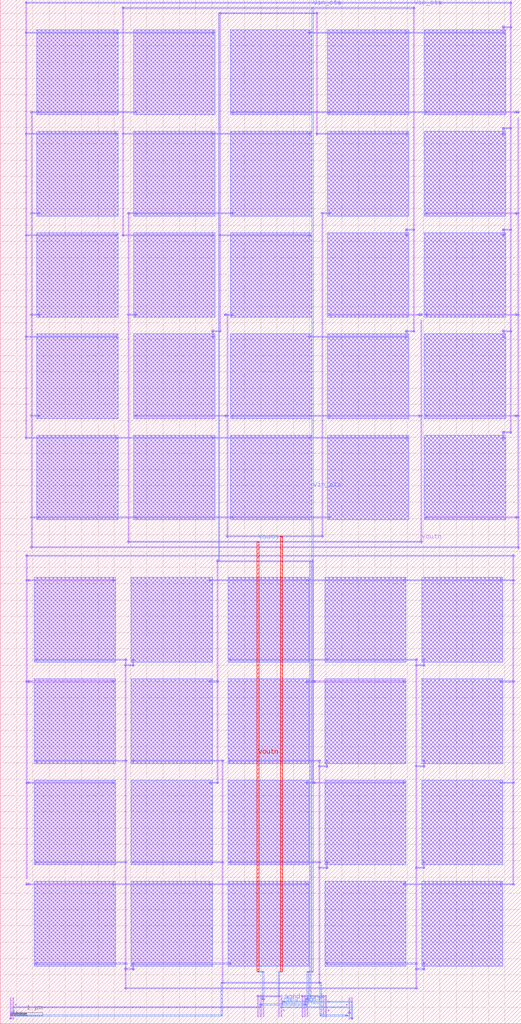
<source format=lef>
MACRO switched_capacitor_combination
  ORIGIN 0 0 ;
  FOREIGN switched_capacitor_combination 0 0 ;
  SIZE 16 BY 31.416 ;
  PIN phi2
    DIRECTION INOUT ;
    USE SIGNAL ;
    PORT 
      LAYER M2 ;
        RECT 10.684 0.32 10.756 0.352 ;
      LAYER M2 ;
        RECT 9.964 0.488 10.036 0.52 ;
      LAYER M2 ;
        RECT 8.604 0.488 8.676 0.52 ;
      LAYER M2 ;
        RECT 10.704 0.32 10.736 0.352 ;
      LAYER M3 ;
        RECT 10.7 0.336 10.74 0.504 ;
      LAYER M4 ;
        RECT 10 0.484 10.72 0.524 ;
      LAYER M3 ;
        RECT 9.98 0.484 10.02 0.524 ;
      LAYER M2 ;
        RECT 9.984 0.488 10.016 0.52 ;
      LAYER M4 ;
        RECT 8.64 0.484 10 0.524 ;
      LAYER M3 ;
        RECT 8.62 0.484 8.66 0.524 ;
      LAYER M2 ;
        RECT 8.624 0.488 8.656 0.52 ;
    END
  END phi2
  PIN agnd
    DIRECTION INOUT ;
    USE SIGNAL ;
    PORT 
      LAYER M2 ;
        RECT 10.764 0.152 10.836 0.184 ;
      LAYER M2 ;
        RECT 10.044 0.656 10.116 0.688 ;
      LAYER M2 ;
        RECT 8.684 0.656 8.756 0.688 ;
      LAYER M2 ;
        RECT 10.784 0.152 10.816 0.184 ;
      LAYER M3 ;
        RECT 10.78 0.168 10.82 0.672 ;
      LAYER M4 ;
        RECT 10.08 0.652 10.8 0.692 ;
      LAYER M3 ;
        RECT 10.06 0.652 10.1 0.692 ;
      LAYER M2 ;
        RECT 10.064 0.656 10.096 0.688 ;
      LAYER M4 ;
        RECT 8.72 0.652 10.08 0.692 ;
      LAYER M3 ;
        RECT 8.7 0.652 8.74 0.692 ;
      LAYER M2 ;
        RECT 8.704 0.656 8.736 0.688 ;
    END
  END agnd
  PIN phi1
    DIRECTION INOUT ;
    USE SIGNAL ;
    PORT 
      LAYER M2 ;
        RECT 0.364 0.32 0.436 0.352 ;
      LAYER M2 ;
        RECT 9.324 0.572 9.396 0.604 ;
      LAYER M2 ;
        RECT 7.964 0.572 8.036 0.604 ;
      LAYER M2 ;
        RECT 0.384 0.32 0.416 0.352 ;
      LAYER M3 ;
        RECT 0.38 0.336 0.42 0.504 ;
      LAYER M2 ;
        RECT 0.4 0.488 8 0.52 ;
      LAYER M3 ;
        RECT 7.98 0.504 8.02 0.588 ;
      LAYER M2 ;
        RECT 7.984 0.572 8.016 0.604 ;
      LAYER M3 ;
        RECT 7.98 0.568 8.02 0.608 ;
      LAYER M4 ;
        RECT 8 0.568 9.36 0.608 ;
      LAYER M3 ;
        RECT 9.34 0.568 9.38 0.608 ;
      LAYER M2 ;
        RECT 9.344 0.572 9.376 0.604 ;
    END
  END phi1
  PIN Vin
    DIRECTION INOUT ;
    USE SIGNAL ;
    PORT 
      LAYER M2 ;
        RECT 0.284 0.152 0.356 0.184 ;
    END
  END Vin
  PIN Vin_ota
    DIRECTION INOUT ;
    USE SIGNAL ;
    PORT 
      LAYER M2 ;
        RECT 9.404 0.74 9.476 0.772 ;
      LAYER M1 ;
        RECT 3.76 31.128 3.792 31.2 ;
      LAYER M2 ;
        RECT 3.74 31.148 3.812 31.18 ;
      LAYER M1 ;
        RECT 12.688 31.128 12.72 31.2 ;
      LAYER M2 ;
        RECT 12.668 31.148 12.74 31.18 ;
      LAYER M2 ;
        RECT 3.776 31.148 12.704 31.18 ;
      LAYER M2 ;
        RECT 9.424 0.74 9.456 0.772 ;
      LAYER M3 ;
        RECT 9.42 0.756 9.46 1.596 ;
      LAYER M2 ;
        RECT 9.44 1.58 9.6 1.612 ;
      LAYER M3 ;
        RECT 9.58 1.596 9.62 31.164 ;
      LAYER M2 ;
        RECT 9.584 31.148 9.616 31.18 ;
    END
  END Vin_ota
  PIN Voutn
    DIRECTION INOUT ;
    USE SIGNAL ;
    PORT 
      LAYER M2 ;
        RECT 8.044 0.74 8.116 0.772 ;
      LAYER M1 ;
        RECT 3.92 14.748 3.952 14.82 ;
      LAYER M2 ;
        RECT 3.9 14.768 3.972 14.8 ;
      LAYER M1 ;
        RECT 12.912 14.748 12.944 14.82 ;
      LAYER M2 ;
        RECT 12.892 14.768 12.964 14.8 ;
      LAYER M2 ;
        RECT 3.936 14.768 12.928 14.8 ;
      LAYER M2 ;
        RECT 8.064 0.74 8.096 0.772 ;
      LAYER M3 ;
        RECT 8.06 0.756 8.1 1.596 ;
      LAYER M4 ;
        RECT 7.92 1.576 8.08 1.616 ;
      LAYER M5 ;
        RECT 7.888 1.596 7.952 14.784 ;
      LAYER M4 ;
        RECT 7.9 14.764 7.94 14.804 ;
      LAYER M3 ;
        RECT 7.9 14.764 7.94 14.804 ;
      LAYER M2 ;
        RECT 7.904 14.768 7.936 14.8 ;
    END
  END Voutn
  OBS 
  LAYER M1 ;
        RECT 9.568 14.16 9.6 14.232 ;
  LAYER M2 ;
        RECT 9.548 14.18 9.62 14.212 ;
  LAYER M1 ;
        RECT 6.656 14.16 6.688 14.232 ;
  LAYER M2 ;
        RECT 6.636 14.18 6.708 14.212 ;
  LAYER M2 ;
        RECT 6.672 14.18 9.584 14.212 ;
  LAYER M2 ;
        RECT 9.244 0.824 9.956 0.856 ;
  LAYER M1 ;
        RECT 6.736 30.96 6.768 31.032 ;
  LAYER M2 ;
        RECT 6.716 30.98 6.788 31.012 ;
  LAYER M1 ;
        RECT 9.712 30.96 9.744 31.032 ;
  LAYER M2 ;
        RECT 9.692 30.98 9.764 31.012 ;
  LAYER M2 ;
        RECT 6.752 30.98 9.728 31.012 ;
  LAYER M2 ;
        RECT 9.504 14.18 9.536 14.212 ;
  LAYER M3 ;
        RECT 9.5 0.84 9.54 14.196 ;
  LAYER M2 ;
        RECT 9.504 0.824 9.536 0.856 ;
  LAYER M2 ;
        RECT 6.704 14.18 6.736 14.212 ;
  LAYER M3 ;
        RECT 6.7 14.196 6.74 30.996 ;
  LAYER M2 ;
        RECT 6.704 30.98 6.736 31.012 ;
  LAYER M1 ;
        RECT 9.792 1.224 9.824 1.296 ;
  LAYER M2 ;
        RECT 9.772 1.244 9.844 1.276 ;
  LAYER M1 ;
        RECT 6.816 1.224 6.848 1.296 ;
  LAYER M2 ;
        RECT 6.796 1.244 6.868 1.276 ;
  LAYER M2 ;
        RECT 6.832 1.244 9.808 1.276 ;
  LAYER M2 ;
        RECT 10.604 0.236 10.676 0.268 ;
  LAYER M2 ;
        RECT 0.444 0.236 0.516 0.268 ;
  LAYER M2 ;
        RECT 9.824 1.244 9.856 1.276 ;
  LAYER M3 ;
        RECT 9.82 0.252 9.86 1.26 ;
  LAYER M4 ;
        RECT 9.84 0.232 10.64 0.272 ;
  LAYER M3 ;
        RECT 10.62 0.232 10.66 0.272 ;
  LAYER M2 ;
        RECT 10.624 0.236 10.656 0.268 ;
  LAYER M2 ;
        RECT 6.784 1.244 6.816 1.276 ;
  LAYER M3 ;
        RECT 6.78 0.252 6.82 1.26 ;
  LAYER M4 ;
        RECT 0.48 0.232 6.8 0.272 ;
  LAYER M3 ;
        RECT 0.46 0.232 0.5 0.272 ;
  LAYER M2 ;
        RECT 0.464 0.236 0.496 0.268 ;
  LAYER M2 ;
        RECT 7.884 0.824 8.596 0.856 ;
  LAYER M1 ;
        RECT 6.96 14.916 6.992 14.988 ;
  LAYER M2 ;
        RECT 6.94 14.936 7.012 14.968 ;
  LAYER M1 ;
        RECT 9.872 14.916 9.904 14.988 ;
  LAYER M2 ;
        RECT 9.852 14.936 9.924 14.968 ;
  LAYER M2 ;
        RECT 6.976 14.936 9.888 14.968 ;
  LAYER M2 ;
        RECT 8.544 0.824 8.576 0.856 ;
  LAYER M3 ;
        RECT 8.54 0.84 8.58 1.596 ;
  LAYER M4 ;
        RECT 8.56 1.576 8.64 1.616 ;
  LAYER M5 ;
        RECT 8.608 1.596 8.672 14.952 ;
  LAYER M4 ;
        RECT 8.62 14.932 8.66 14.972 ;
  LAYER M3 ;
        RECT 8.62 14.932 8.66 14.972 ;
  LAYER M2 ;
        RECT 8.624 14.936 8.656 14.968 ;
  LAYER M1 ;
        RECT 7.04 4.92 7.072 4.992 ;
  LAYER M2 ;
        RECT 7.02 4.94 7.092 4.972 ;
  LAYER M2 ;
        RECT 7.056 4.94 9.808 4.972 ;
  LAYER M1 ;
        RECT 9.792 4.92 9.824 4.992 ;
  LAYER M2 ;
        RECT 9.772 4.94 9.844 4.972 ;
  LAYER M1 ;
        RECT 7.04 8.028 7.072 8.1 ;
  LAYER M2 ;
        RECT 7.02 8.048 7.092 8.08 ;
  LAYER M2 ;
        RECT 7.056 8.048 9.808 8.08 ;
  LAYER M1 ;
        RECT 9.792 8.028 9.824 8.1 ;
  LAYER M2 ;
        RECT 9.772 8.048 9.844 8.08 ;
  LAYER M1 ;
        RECT 10.016 4.92 10.048 4.992 ;
  LAYER M2 ;
        RECT 9.996 4.94 10.068 4.972 ;
  LAYER M1 ;
        RECT 10.016 4.788 10.048 4.956 ;
  LAYER M1 ;
        RECT 10.016 4.752 10.048 4.824 ;
  LAYER M2 ;
        RECT 9.996 4.772 10.068 4.804 ;
  LAYER M2 ;
        RECT 9.808 4.772 10.032 4.804 ;
  LAYER M1 ;
        RECT 9.792 4.752 9.824 4.824 ;
  LAYER M2 ;
        RECT 9.772 4.772 9.844 4.804 ;
  LAYER M1 ;
        RECT 10.016 8.028 10.048 8.1 ;
  LAYER M2 ;
        RECT 9.996 8.048 10.068 8.08 ;
  LAYER M1 ;
        RECT 10.016 7.896 10.048 8.064 ;
  LAYER M1 ;
        RECT 10.016 7.86 10.048 7.932 ;
  LAYER M2 ;
        RECT 9.996 7.88 10.068 7.912 ;
  LAYER M2 ;
        RECT 9.808 7.88 10.032 7.912 ;
  LAYER M1 ;
        RECT 9.792 7.86 9.824 7.932 ;
  LAYER M2 ;
        RECT 9.772 7.88 9.844 7.912 ;
  LAYER M1 ;
        RECT 9.792 1.224 9.824 1.296 ;
  LAYER M2 ;
        RECT 9.772 1.244 9.844 1.276 ;
  LAYER M1 ;
        RECT 9.792 1.26 9.824 1.512 ;
  LAYER M1 ;
        RECT 9.792 1.512 9.824 8.064 ;
  LAYER M1 ;
        RECT 4.064 8.028 4.096 8.1 ;
  LAYER M2 ;
        RECT 4.044 8.048 4.116 8.08 ;
  LAYER M2 ;
        RECT 4.08 8.048 6.832 8.08 ;
  LAYER M1 ;
        RECT 6.816 8.028 6.848 8.1 ;
  LAYER M2 ;
        RECT 6.796 8.048 6.868 8.08 ;
  LAYER M1 ;
        RECT 4.064 4.92 4.096 4.992 ;
  LAYER M2 ;
        RECT 4.044 4.94 4.116 4.972 ;
  LAYER M2 ;
        RECT 4.08 4.94 6.832 4.972 ;
  LAYER M1 ;
        RECT 6.816 4.92 6.848 4.992 ;
  LAYER M2 ;
        RECT 6.796 4.94 6.868 4.972 ;
  LAYER M1 ;
        RECT 6.816 1.224 6.848 1.296 ;
  LAYER M2 ;
        RECT 6.796 1.244 6.868 1.276 ;
  LAYER M1 ;
        RECT 6.816 1.26 6.848 1.512 ;
  LAYER M1 ;
        RECT 6.816 1.512 6.848 8.064 ;
  LAYER M2 ;
        RECT 6.832 1.244 9.808 1.276 ;
  LAYER M1 ;
        RECT 12.992 1.812 13.024 1.884 ;
  LAYER M2 ;
        RECT 12.972 1.832 13.044 1.864 ;
  LAYER M1 ;
        RECT 12.992 1.68 13.024 1.848 ;
  LAYER M1 ;
        RECT 12.992 1.644 13.024 1.716 ;
  LAYER M2 ;
        RECT 12.972 1.664 13.044 1.696 ;
  LAYER M2 ;
        RECT 12.784 1.664 13.008 1.696 ;
  LAYER M1 ;
        RECT 12.768 1.644 12.8 1.716 ;
  LAYER M2 ;
        RECT 12.748 1.664 12.82 1.696 ;
  LAYER M1 ;
        RECT 12.992 4.92 13.024 4.992 ;
  LAYER M2 ;
        RECT 12.972 4.94 13.044 4.972 ;
  LAYER M1 ;
        RECT 12.992 4.788 13.024 4.956 ;
  LAYER M1 ;
        RECT 12.992 4.752 13.024 4.824 ;
  LAYER M2 ;
        RECT 12.972 4.772 13.044 4.804 ;
  LAYER M2 ;
        RECT 12.784 4.772 13.008 4.804 ;
  LAYER M1 ;
        RECT 12.768 4.752 12.8 4.824 ;
  LAYER M2 ;
        RECT 12.748 4.772 12.82 4.804 ;
  LAYER M1 ;
        RECT 12.992 8.028 13.024 8.1 ;
  LAYER M2 ;
        RECT 12.972 8.048 13.044 8.08 ;
  LAYER M1 ;
        RECT 12.992 7.896 13.024 8.064 ;
  LAYER M1 ;
        RECT 12.992 7.86 13.024 7.932 ;
  LAYER M2 ;
        RECT 12.972 7.88 13.044 7.912 ;
  LAYER M2 ;
        RECT 12.784 7.88 13.008 7.912 ;
  LAYER M1 ;
        RECT 12.768 7.86 12.8 7.932 ;
  LAYER M2 ;
        RECT 12.748 7.88 12.82 7.912 ;
  LAYER M1 ;
        RECT 12.992 11.136 13.024 11.208 ;
  LAYER M2 ;
        RECT 12.972 11.156 13.044 11.188 ;
  LAYER M1 ;
        RECT 12.992 11.004 13.024 11.172 ;
  LAYER M1 ;
        RECT 12.992 10.968 13.024 11.04 ;
  LAYER M2 ;
        RECT 12.972 10.988 13.044 11.02 ;
  LAYER M2 ;
        RECT 12.784 10.988 13.008 11.02 ;
  LAYER M1 ;
        RECT 12.768 10.968 12.8 11.04 ;
  LAYER M2 ;
        RECT 12.748 10.988 12.82 11.02 ;
  LAYER M1 ;
        RECT 10.016 1.812 10.048 1.884 ;
  LAYER M2 ;
        RECT 9.996 1.832 10.068 1.864 ;
  LAYER M2 ;
        RECT 10.032 1.832 12.784 1.864 ;
  LAYER M1 ;
        RECT 12.768 1.812 12.8 1.884 ;
  LAYER M2 ;
        RECT 12.748 1.832 12.82 1.864 ;
  LAYER M1 ;
        RECT 10.016 11.136 10.048 11.208 ;
  LAYER M2 ;
        RECT 9.996 11.156 10.068 11.188 ;
  LAYER M2 ;
        RECT 10.032 11.156 12.784 11.188 ;
  LAYER M1 ;
        RECT 12.768 11.136 12.8 11.208 ;
  LAYER M2 ;
        RECT 12.748 11.156 12.82 11.188 ;
  LAYER M1 ;
        RECT 12.768 1.056 12.8 1.128 ;
  LAYER M2 ;
        RECT 12.748 1.076 12.82 1.108 ;
  LAYER M1 ;
        RECT 12.768 1.092 12.8 1.512 ;
  LAYER M1 ;
        RECT 12.768 1.512 12.8 11.172 ;
  LAYER M1 ;
        RECT 4.064 1.812 4.096 1.884 ;
  LAYER M2 ;
        RECT 4.044 1.832 4.116 1.864 ;
  LAYER M1 ;
        RECT 4.064 1.68 4.096 1.848 ;
  LAYER M1 ;
        RECT 4.064 1.644 4.096 1.716 ;
  LAYER M2 ;
        RECT 4.044 1.664 4.116 1.696 ;
  LAYER M2 ;
        RECT 3.856 1.664 4.08 1.696 ;
  LAYER M1 ;
        RECT 3.84 1.644 3.872 1.716 ;
  LAYER M2 ;
        RECT 3.82 1.664 3.892 1.696 ;
  LAYER M1 ;
        RECT 4.064 11.136 4.096 11.208 ;
  LAYER M2 ;
        RECT 4.044 11.156 4.116 11.188 ;
  LAYER M1 ;
        RECT 4.064 11.004 4.096 11.172 ;
  LAYER M1 ;
        RECT 4.064 10.968 4.096 11.04 ;
  LAYER M2 ;
        RECT 4.044 10.988 4.116 11.02 ;
  LAYER M2 ;
        RECT 3.856 10.988 4.08 11.02 ;
  LAYER M1 ;
        RECT 3.84 10.968 3.872 11.04 ;
  LAYER M2 ;
        RECT 3.82 10.988 3.892 11.02 ;
  LAYER M1 ;
        RECT 1.088 1.812 1.12 1.884 ;
  LAYER M2 ;
        RECT 1.068 1.832 1.14 1.864 ;
  LAYER M2 ;
        RECT 1.104 1.832 3.856 1.864 ;
  LAYER M1 ;
        RECT 3.84 1.812 3.872 1.884 ;
  LAYER M2 ;
        RECT 3.82 1.832 3.892 1.864 ;
  LAYER M1 ;
        RECT 1.088 4.92 1.12 4.992 ;
  LAYER M2 ;
        RECT 1.068 4.94 1.14 4.972 ;
  LAYER M2 ;
        RECT 1.104 4.94 3.856 4.972 ;
  LAYER M1 ;
        RECT 3.84 4.92 3.872 4.992 ;
  LAYER M2 ;
        RECT 3.82 4.94 3.892 4.972 ;
  LAYER M1 ;
        RECT 1.088 8.028 1.12 8.1 ;
  LAYER M2 ;
        RECT 1.068 8.048 1.14 8.08 ;
  LAYER M2 ;
        RECT 1.104 8.048 3.856 8.08 ;
  LAYER M1 ;
        RECT 3.84 8.028 3.872 8.1 ;
  LAYER M2 ;
        RECT 3.82 8.048 3.892 8.08 ;
  LAYER M1 ;
        RECT 1.088 11.136 1.12 11.208 ;
  LAYER M2 ;
        RECT 1.068 11.156 1.14 11.188 ;
  LAYER M2 ;
        RECT 1.104 11.156 3.856 11.188 ;
  LAYER M1 ;
        RECT 3.84 11.136 3.872 11.208 ;
  LAYER M2 ;
        RECT 3.82 11.156 3.892 11.188 ;
  LAYER M1 ;
        RECT 3.84 1.056 3.872 1.128 ;
  LAYER M2 ;
        RECT 3.82 1.076 3.892 1.108 ;
  LAYER M1 ;
        RECT 3.84 1.092 3.872 1.512 ;
  LAYER M1 ;
        RECT 3.84 1.512 3.872 11.172 ;
  LAYER M2 ;
        RECT 3.856 1.076 12.784 1.108 ;
  LAYER M1 ;
        RECT 7.04 11.136 7.072 11.208 ;
  LAYER M2 ;
        RECT 7.02 11.156 7.092 11.188 ;
  LAYER M2 ;
        RECT 7.056 11.156 10.032 11.188 ;
  LAYER M1 ;
        RECT 10.016 11.136 10.048 11.208 ;
  LAYER M2 ;
        RECT 9.996 11.156 10.068 11.188 ;
  LAYER M1 ;
        RECT 7.04 1.812 7.072 1.884 ;
  LAYER M2 ;
        RECT 7.02 1.832 7.092 1.864 ;
  LAYER M2 ;
        RECT 4.08 1.832 7.056 1.864 ;
  LAYER M1 ;
        RECT 4.064 1.812 4.096 1.884 ;
  LAYER M2 ;
        RECT 4.044 1.832 4.116 1.864 ;
  LAYER M1 ;
        RECT 9.408 7.356 9.44 7.428 ;
  LAYER M2 ;
        RECT 9.388 7.376 9.46 7.408 ;
  LAYER M2 ;
        RECT 9.424 7.376 9.648 7.408 ;
  LAYER M1 ;
        RECT 9.632 7.356 9.664 7.428 ;
  LAYER M2 ;
        RECT 9.612 7.376 9.684 7.408 ;
  LAYER M1 ;
        RECT 9.408 10.464 9.44 10.536 ;
  LAYER M2 ;
        RECT 9.388 10.484 9.46 10.516 ;
  LAYER M2 ;
        RECT 9.424 10.484 9.648 10.516 ;
  LAYER M1 ;
        RECT 9.632 10.464 9.664 10.536 ;
  LAYER M2 ;
        RECT 9.612 10.484 9.684 10.516 ;
  LAYER M1 ;
        RECT 12.384 7.356 12.416 7.428 ;
  LAYER M2 ;
        RECT 12.364 7.376 12.436 7.408 ;
  LAYER M1 ;
        RECT 9.648 7.376 12.4 7.408 ;
  LAYER M1 ;
        RECT 9.632 7.356 9.664 7.428 ;
  LAYER M2 ;
        RECT 9.612 7.376 9.684 7.408 ;
  LAYER M2 ;
        RECT 9.584 7.376 9.648 7.408 ;
  LAYER M1 ;
        RECT 9.568 7.356 9.6 7.428 ;
  LAYER M2 ;
        RECT 9.548 7.376 9.62 7.408 ;
  LAYER M1 ;
        RECT 12.384 10.464 12.416 10.536 ;
  LAYER M2 ;
        RECT 12.364 10.484 12.436 10.516 ;
  LAYER M1 ;
        RECT 9.648 10.484 12.4 10.516 ;
  LAYER M1 ;
        RECT 9.632 10.464 9.664 10.536 ;
  LAYER M2 ;
        RECT 9.612 10.484 9.684 10.516 ;
  LAYER M2 ;
        RECT 9.584 10.484 9.648 10.516 ;
  LAYER M1 ;
        RECT 9.568 10.464 9.6 10.536 ;
  LAYER M2 ;
        RECT 9.548 10.484 9.62 10.516 ;
  LAYER M1 ;
        RECT 9.568 14.16 9.6 14.232 ;
  LAYER M2 ;
        RECT 9.548 14.18 9.62 14.212 ;
  LAYER M1 ;
        RECT 9.568 13.944 9.6 14.196 ;
  LAYER M1 ;
        RECT 9.568 7.392 9.6 13.944 ;
  LAYER M1 ;
        RECT 6.432 10.464 6.464 10.536 ;
  LAYER M2 ;
        RECT 6.412 10.484 6.484 10.516 ;
  LAYER M2 ;
        RECT 6.448 10.484 6.672 10.516 ;
  LAYER M1 ;
        RECT 6.656 10.464 6.688 10.536 ;
  LAYER M2 ;
        RECT 6.636 10.484 6.708 10.516 ;
  LAYER M1 ;
        RECT 6.432 7.356 6.464 7.428 ;
  LAYER M2 ;
        RECT 6.412 7.376 6.484 7.408 ;
  LAYER M2 ;
        RECT 6.448 7.376 6.672 7.408 ;
  LAYER M1 ;
        RECT 6.656 7.356 6.688 7.428 ;
  LAYER M2 ;
        RECT 6.636 7.376 6.708 7.408 ;
  LAYER M1 ;
        RECT 6.656 14.16 6.688 14.232 ;
  LAYER M2 ;
        RECT 6.636 14.18 6.708 14.212 ;
  LAYER M1 ;
        RECT 6.656 13.944 6.688 14.196 ;
  LAYER M1 ;
        RECT 6.656 7.392 6.688 13.944 ;
  LAYER M2 ;
        RECT 6.672 14.18 9.584 14.212 ;
  LAYER M1 ;
        RECT 15.36 4.248 15.392 4.32 ;
  LAYER M2 ;
        RECT 15.34 4.268 15.412 4.3 ;
  LAYER M2 ;
        RECT 15.376 4.268 15.76 4.3 ;
  LAYER M1 ;
        RECT 15.744 4.248 15.776 4.32 ;
  LAYER M2 ;
        RECT 15.724 4.268 15.796 4.3 ;
  LAYER M1 ;
        RECT 15.36 7.356 15.392 7.428 ;
  LAYER M2 ;
        RECT 15.34 7.376 15.412 7.408 ;
  LAYER M2 ;
        RECT 15.376 7.376 15.76 7.408 ;
  LAYER M1 ;
        RECT 15.744 7.356 15.776 7.428 ;
  LAYER M2 ;
        RECT 15.724 7.376 15.796 7.408 ;
  LAYER M1 ;
        RECT 15.36 10.464 15.392 10.536 ;
  LAYER M2 ;
        RECT 15.34 10.484 15.412 10.516 ;
  LAYER M2 ;
        RECT 15.376 10.484 15.76 10.516 ;
  LAYER M1 ;
        RECT 15.744 10.464 15.776 10.536 ;
  LAYER M2 ;
        RECT 15.724 10.484 15.796 10.516 ;
  LAYER M1 ;
        RECT 15.36 13.572 15.392 13.644 ;
  LAYER M2 ;
        RECT 15.34 13.592 15.412 13.624 ;
  LAYER M2 ;
        RECT 15.376 13.592 15.76 13.624 ;
  LAYER M1 ;
        RECT 15.744 13.572 15.776 13.644 ;
  LAYER M2 ;
        RECT 15.724 13.592 15.796 13.624 ;
  LAYER M1 ;
        RECT 15.744 14.328 15.776 14.4 ;
  LAYER M2 ;
        RECT 15.724 14.348 15.796 14.38 ;
  LAYER M1 ;
        RECT 15.744 13.944 15.776 14.364 ;
  LAYER M1 ;
        RECT 15.744 4.284 15.776 13.944 ;
  LAYER M1 ;
        RECT 3.456 4.248 3.488 4.32 ;
  LAYER M2 ;
        RECT 3.436 4.268 3.508 4.3 ;
  LAYER M1 ;
        RECT 0.88 4.268 3.472 4.3 ;
  LAYER M1 ;
        RECT 0.864 4.248 0.896 4.32 ;
  LAYER M2 ;
        RECT 0.844 4.268 0.916 4.3 ;
  LAYER M2 ;
        RECT 0.816 4.268 0.88 4.3 ;
  LAYER M1 ;
        RECT 0.8 4.248 0.832 4.32 ;
  LAYER M2 ;
        RECT 0.78 4.268 0.852 4.3 ;
  LAYER M1 ;
        RECT 3.456 7.356 3.488 7.428 ;
  LAYER M2 ;
        RECT 3.436 7.376 3.508 7.408 ;
  LAYER M1 ;
        RECT 0.88 7.376 3.472 7.408 ;
  LAYER M1 ;
        RECT 0.864 7.356 0.896 7.428 ;
  LAYER M2 ;
        RECT 0.844 7.376 0.916 7.408 ;
  LAYER M2 ;
        RECT 0.816 7.376 0.88 7.408 ;
  LAYER M1 ;
        RECT 0.8 7.356 0.832 7.428 ;
  LAYER M2 ;
        RECT 0.78 7.376 0.852 7.408 ;
  LAYER M1 ;
        RECT 3.456 10.464 3.488 10.536 ;
  LAYER M2 ;
        RECT 3.436 10.484 3.508 10.516 ;
  LAYER M1 ;
        RECT 0.88 10.484 3.472 10.516 ;
  LAYER M1 ;
        RECT 0.864 10.464 0.896 10.536 ;
  LAYER M2 ;
        RECT 0.844 10.484 0.916 10.516 ;
  LAYER M2 ;
        RECT 0.816 10.484 0.88 10.516 ;
  LAYER M1 ;
        RECT 0.8 10.464 0.832 10.536 ;
  LAYER M2 ;
        RECT 0.78 10.484 0.852 10.516 ;
  LAYER M1 ;
        RECT 3.456 13.572 3.488 13.644 ;
  LAYER M2 ;
        RECT 3.436 13.592 3.508 13.624 ;
  LAYER M1 ;
        RECT 0.88 13.592 3.472 13.624 ;
  LAYER M1 ;
        RECT 0.864 13.572 0.896 13.644 ;
  LAYER M2 ;
        RECT 0.844 13.592 0.916 13.624 ;
  LAYER M2 ;
        RECT 0.816 13.592 0.88 13.624 ;
  LAYER M1 ;
        RECT 0.8 13.572 0.832 13.644 ;
  LAYER M2 ;
        RECT 0.78 13.592 0.852 13.624 ;
  LAYER M1 ;
        RECT 0.8 14.328 0.832 14.4 ;
  LAYER M2 ;
        RECT 0.78 14.348 0.852 14.38 ;
  LAYER M1 ;
        RECT 0.8 13.944 0.832 14.364 ;
  LAYER M1 ;
        RECT 0.8 4.452 0.832 13.944 ;
  LAYER M2 ;
        RECT 0.816 14.348 15.76 14.38 ;
  LAYER M1 ;
        RECT 12.384 4.248 12.416 4.32 ;
  LAYER M2 ;
        RECT 12.364 4.268 12.436 4.3 ;
  LAYER M2 ;
        RECT 12.4 4.268 15.376 4.3 ;
  LAYER M1 ;
        RECT 15.36 4.248 15.392 4.32 ;
  LAYER M2 ;
        RECT 15.34 4.268 15.412 4.3 ;
  LAYER M1 ;
        RECT 12.384 13.572 12.416 13.644 ;
  LAYER M2 ;
        RECT 12.364 13.592 12.436 13.624 ;
  LAYER M2 ;
        RECT 12.4 13.592 15.376 13.624 ;
  LAYER M1 ;
        RECT 15.36 13.572 15.392 13.644 ;
  LAYER M2 ;
        RECT 15.34 13.592 15.412 13.624 ;
  LAYER M1 ;
        RECT 9.408 13.572 9.44 13.644 ;
  LAYER M2 ;
        RECT 9.388 13.592 9.46 13.624 ;
  LAYER M2 ;
        RECT 9.424 13.592 12.4 13.624 ;
  LAYER M1 ;
        RECT 12.384 13.572 12.416 13.644 ;
  LAYER M2 ;
        RECT 12.364 13.592 12.436 13.624 ;
  LAYER M1 ;
        RECT 6.432 13.572 6.464 13.644 ;
  LAYER M2 ;
        RECT 6.412 13.592 6.484 13.624 ;
  LAYER M2 ;
        RECT 6.448 13.592 9.424 13.624 ;
  LAYER M1 ;
        RECT 9.408 13.572 9.44 13.644 ;
  LAYER M2 ;
        RECT 9.388 13.592 9.46 13.624 ;
  LAYER M1 ;
        RECT 6.432 4.248 6.464 4.32 ;
  LAYER M2 ;
        RECT 6.412 4.268 6.484 4.3 ;
  LAYER M2 ;
        RECT 3.472 4.268 6.448 4.3 ;
  LAYER M1 ;
        RECT 3.456 4.248 3.488 4.32 ;
  LAYER M2 ;
        RECT 3.436 4.268 3.508 4.3 ;
  LAYER M1 ;
        RECT 9.408 4.248 9.44 4.32 ;
  LAYER M2 ;
        RECT 9.388 4.268 9.46 4.3 ;
  LAYER M2 ;
        RECT 6.448 4.268 9.424 4.3 ;
  LAYER M1 ;
        RECT 6.432 4.248 6.464 4.32 ;
  LAYER M2 ;
        RECT 6.412 4.268 6.484 4.3 ;
  LAYER M1 ;
        RECT 12.944 1.764 15.44 4.368 ;
  LAYER M3 ;
        RECT 12.944 1.764 15.44 4.368 ;
  LAYER M2 ;
        RECT 12.944 1.764 15.44 4.368 ;
  LAYER M1 ;
        RECT 12.944 4.872 15.44 7.476 ;
  LAYER M3 ;
        RECT 12.944 4.872 15.44 7.476 ;
  LAYER M2 ;
        RECT 12.944 4.872 15.44 7.476 ;
  LAYER M1 ;
        RECT 12.944 7.98 15.44 10.584 ;
  LAYER M3 ;
        RECT 12.944 7.98 15.44 10.584 ;
  LAYER M2 ;
        RECT 12.944 7.98 15.44 10.584 ;
  LAYER M1 ;
        RECT 12.944 11.088 15.44 13.692 ;
  LAYER M3 ;
        RECT 12.944 11.088 15.44 13.692 ;
  LAYER M2 ;
        RECT 12.944 11.088 15.44 13.692 ;
  LAYER M1 ;
        RECT 9.968 1.764 12.464 4.368 ;
  LAYER M3 ;
        RECT 9.968 1.764 12.464 4.368 ;
  LAYER M2 ;
        RECT 9.968 1.764 12.464 4.368 ;
  LAYER M1 ;
        RECT 9.968 4.872 12.464 7.476 ;
  LAYER M3 ;
        RECT 9.968 4.872 12.464 7.476 ;
  LAYER M2 ;
        RECT 9.968 4.872 12.464 7.476 ;
  LAYER M1 ;
        RECT 9.968 7.98 12.464 10.584 ;
  LAYER M3 ;
        RECT 9.968 7.98 12.464 10.584 ;
  LAYER M2 ;
        RECT 9.968 7.98 12.464 10.584 ;
  LAYER M1 ;
        RECT 9.968 11.088 12.464 13.692 ;
  LAYER M3 ;
        RECT 9.968 11.088 12.464 13.692 ;
  LAYER M2 ;
        RECT 9.968 11.088 12.464 13.692 ;
  LAYER M1 ;
        RECT 6.992 1.764 9.488 4.368 ;
  LAYER M3 ;
        RECT 6.992 1.764 9.488 4.368 ;
  LAYER M2 ;
        RECT 6.992 1.764 9.488 4.368 ;
  LAYER M1 ;
        RECT 6.992 4.872 9.488 7.476 ;
  LAYER M3 ;
        RECT 6.992 4.872 9.488 7.476 ;
  LAYER M2 ;
        RECT 6.992 4.872 9.488 7.476 ;
  LAYER M1 ;
        RECT 6.992 7.98 9.488 10.584 ;
  LAYER M3 ;
        RECT 6.992 7.98 9.488 10.584 ;
  LAYER M2 ;
        RECT 6.992 7.98 9.488 10.584 ;
  LAYER M1 ;
        RECT 6.992 11.088 9.488 13.692 ;
  LAYER M3 ;
        RECT 6.992 11.088 9.488 13.692 ;
  LAYER M2 ;
        RECT 6.992 11.088 9.488 13.692 ;
  LAYER M1 ;
        RECT 4.016 1.764 6.512 4.368 ;
  LAYER M3 ;
        RECT 4.016 1.764 6.512 4.368 ;
  LAYER M2 ;
        RECT 4.016 1.764 6.512 4.368 ;
  LAYER M1 ;
        RECT 4.016 4.872 6.512 7.476 ;
  LAYER M3 ;
        RECT 4.016 4.872 6.512 7.476 ;
  LAYER M2 ;
        RECT 4.016 4.872 6.512 7.476 ;
  LAYER M1 ;
        RECT 4.016 7.98 6.512 10.584 ;
  LAYER M3 ;
        RECT 4.016 7.98 6.512 10.584 ;
  LAYER M2 ;
        RECT 4.016 7.98 6.512 10.584 ;
  LAYER M1 ;
        RECT 4.016 11.088 6.512 13.692 ;
  LAYER M3 ;
        RECT 4.016 11.088 6.512 13.692 ;
  LAYER M2 ;
        RECT 4.016 11.088 6.512 13.692 ;
  LAYER M1 ;
        RECT 1.04 1.764 3.536 4.368 ;
  LAYER M3 ;
        RECT 1.04 1.764 3.536 4.368 ;
  LAYER M2 ;
        RECT 1.04 1.764 3.536 4.368 ;
  LAYER M1 ;
        RECT 1.04 4.872 3.536 7.476 ;
  LAYER M3 ;
        RECT 1.04 4.872 3.536 7.476 ;
  LAYER M2 ;
        RECT 1.04 4.872 3.536 7.476 ;
  LAYER M1 ;
        RECT 1.04 7.98 3.536 10.584 ;
  LAYER M3 ;
        RECT 1.04 7.98 3.536 10.584 ;
  LAYER M2 ;
        RECT 1.04 7.98 3.536 10.584 ;
  LAYER M1 ;
        RECT 1.04 11.088 3.536 13.692 ;
  LAYER M3 ;
        RECT 1.04 11.088 3.536 13.692 ;
  LAYER M2 ;
        RECT 1.04 11.088 3.536 13.692 ;
  LAYER M1 ;
        RECT 10.704 0.132 10.736 0.792 ;
  LAYER M1 ;
        RECT 10.784 0.132 10.816 0.792 ;
  LAYER M1 ;
        RECT 10.624 0.572 10.656 0.604 ;
  LAYER M1 ;
        RECT 0.384 0.132 0.416 0.792 ;
  LAYER M1 ;
        RECT 0.304 0.132 0.336 0.792 ;
  LAYER M1 ;
        RECT 0.464 0.572 0.496 0.604 ;
  LAYER M1 ;
        RECT 9.344 0.216 9.376 0.876 ;
  LAYER M1 ;
        RECT 9.984 0.216 10.016 0.876 ;
  LAYER M1 ;
        RECT 9.264 0.216 9.296 0.876 ;
  LAYER M1 ;
        RECT 9.904 0.216 9.936 0.876 ;
  LAYER M1 ;
        RECT 9.424 0.216 9.456 0.876 ;
  LAYER M1 ;
        RECT 10.064 0.404 10.096 0.436 ;
  LAYER M1 ;
        RECT 7.984 0.216 8.016 0.876 ;
  LAYER M1 ;
        RECT 8.624 0.216 8.656 0.876 ;
  LAYER M1 ;
        RECT 7.904 0.216 7.936 0.876 ;
  LAYER M1 ;
        RECT 8.544 0.216 8.576 0.876 ;
  LAYER M1 ;
        RECT 8.064 0.216 8.096 0.876 ;
  LAYER M1 ;
        RECT 8.704 0.404 8.736 0.436 ;
  LAYER M1 ;
        RECT 9.488 24.156 9.52 24.228 ;
  LAYER M2 ;
        RECT 9.468 24.176 9.54 24.208 ;
  LAYER M2 ;
        RECT 6.752 24.176 9.504 24.208 ;
  LAYER M1 ;
        RECT 6.736 24.156 6.768 24.228 ;
  LAYER M2 ;
        RECT 6.716 24.176 6.788 24.208 ;
  LAYER M1 ;
        RECT 6.512 21.048 6.544 21.12 ;
  LAYER M2 ;
        RECT 6.492 21.068 6.564 21.1 ;
  LAYER M1 ;
        RECT 6.512 21.084 6.544 21.252 ;
  LAYER M1 ;
        RECT 6.512 21.216 6.544 21.288 ;
  LAYER M2 ;
        RECT 6.492 21.236 6.564 21.268 ;
  LAYER M2 ;
        RECT 6.528 21.236 6.752 21.268 ;
  LAYER M1 ;
        RECT 6.736 21.216 6.768 21.288 ;
  LAYER M2 ;
        RECT 6.716 21.236 6.788 21.268 ;
  LAYER M1 ;
        RECT 6.736 30.96 6.768 31.032 ;
  LAYER M2 ;
        RECT 6.716 30.98 6.788 31.012 ;
  LAYER M1 ;
        RECT 6.736 30.744 6.768 30.996 ;
  LAYER M1 ;
        RECT 6.736 21.252 6.768 30.744 ;
  LAYER M1 ;
        RECT 12.464 27.264 12.496 27.336 ;
  LAYER M2 ;
        RECT 12.444 27.284 12.516 27.316 ;
  LAYER M2 ;
        RECT 9.728 27.284 12.48 27.316 ;
  LAYER M1 ;
        RECT 9.712 27.264 9.744 27.336 ;
  LAYER M2 ;
        RECT 9.692 27.284 9.764 27.316 ;
  LAYER M1 ;
        RECT 9.712 30.96 9.744 31.032 ;
  LAYER M2 ;
        RECT 9.692 30.98 9.764 31.012 ;
  LAYER M1 ;
        RECT 9.712 30.744 9.744 30.996 ;
  LAYER M1 ;
        RECT 9.712 27.3 9.744 30.744 ;
  LAYER M2 ;
        RECT 6.752 30.98 9.728 31.012 ;
  LAYER M1 ;
        RECT 6.512 24.156 6.544 24.228 ;
  LAYER M2 ;
        RECT 6.492 24.176 6.564 24.208 ;
  LAYER M2 ;
        RECT 3.776 24.176 6.528 24.208 ;
  LAYER M1 ;
        RECT 3.76 24.156 3.792 24.228 ;
  LAYER M2 ;
        RECT 3.74 24.176 3.812 24.208 ;
  LAYER M1 ;
        RECT 6.512 27.264 6.544 27.336 ;
  LAYER M2 ;
        RECT 6.492 27.284 6.564 27.316 ;
  LAYER M2 ;
        RECT 3.776 27.284 6.528 27.316 ;
  LAYER M1 ;
        RECT 3.76 27.264 3.792 27.336 ;
  LAYER M2 ;
        RECT 3.74 27.284 3.812 27.316 ;
  LAYER M1 ;
        RECT 3.76 31.128 3.792 31.2 ;
  LAYER M2 ;
        RECT 3.74 31.148 3.812 31.18 ;
  LAYER M1 ;
        RECT 3.76 30.744 3.792 31.164 ;
  LAYER M1 ;
        RECT 3.76 24.192 3.792 30.744 ;
  LAYER M1 ;
        RECT 12.464 24.156 12.496 24.228 ;
  LAYER M2 ;
        RECT 12.444 24.176 12.516 24.208 ;
  LAYER M1 ;
        RECT 12.464 24.192 12.496 24.36 ;
  LAYER M1 ;
        RECT 12.464 24.324 12.496 24.396 ;
  LAYER M2 ;
        RECT 12.444 24.344 12.516 24.376 ;
  LAYER M2 ;
        RECT 12.48 24.344 12.704 24.376 ;
  LAYER M1 ;
        RECT 12.688 24.324 12.72 24.396 ;
  LAYER M2 ;
        RECT 12.668 24.344 12.74 24.376 ;
  LAYER M1 ;
        RECT 12.464 21.048 12.496 21.12 ;
  LAYER M2 ;
        RECT 12.444 21.068 12.516 21.1 ;
  LAYER M1 ;
        RECT 12.464 21.084 12.496 21.252 ;
  LAYER M1 ;
        RECT 12.464 21.216 12.496 21.288 ;
  LAYER M2 ;
        RECT 12.444 21.236 12.516 21.268 ;
  LAYER M2 ;
        RECT 12.48 21.236 12.704 21.268 ;
  LAYER M1 ;
        RECT 12.688 21.216 12.72 21.288 ;
  LAYER M2 ;
        RECT 12.668 21.236 12.74 21.268 ;
  LAYER M1 ;
        RECT 12.688 31.128 12.72 31.2 ;
  LAYER M2 ;
        RECT 12.668 31.148 12.74 31.18 ;
  LAYER M1 ;
        RECT 12.688 30.744 12.72 31.164 ;
  LAYER M1 ;
        RECT 12.688 21.252 12.72 30.744 ;
  LAYER M2 ;
        RECT 3.776 31.148 12.704 31.18 ;
  LAYER M1 ;
        RECT 9.488 27.264 9.52 27.336 ;
  LAYER M2 ;
        RECT 9.468 27.284 9.54 27.316 ;
  LAYER M2 ;
        RECT 6.528 27.284 9.504 27.316 ;
  LAYER M1 ;
        RECT 6.512 27.264 6.544 27.336 ;
  LAYER M2 ;
        RECT 6.492 27.284 6.564 27.316 ;
  LAYER M1 ;
        RECT 9.488 21.048 9.52 21.12 ;
  LAYER M2 ;
        RECT 9.468 21.068 9.54 21.1 ;
  LAYER M2 ;
        RECT 9.504 21.068 12.48 21.1 ;
  LAYER M1 ;
        RECT 12.464 21.048 12.496 21.12 ;
  LAYER M2 ;
        RECT 12.444 21.068 12.516 21.1 ;
  LAYER M1 ;
        RECT 3.536 30.372 3.568 30.444 ;
  LAYER M2 ;
        RECT 3.516 30.392 3.588 30.424 ;
  LAYER M2 ;
        RECT 0.8 30.392 3.552 30.424 ;
  LAYER M1 ;
        RECT 0.784 30.372 0.816 30.444 ;
  LAYER M2 ;
        RECT 0.764 30.392 0.836 30.424 ;
  LAYER M1 ;
        RECT 3.536 27.264 3.568 27.336 ;
  LAYER M2 ;
        RECT 3.516 27.284 3.588 27.316 ;
  LAYER M2 ;
        RECT 0.8 27.284 3.552 27.316 ;
  LAYER M1 ;
        RECT 0.784 27.264 0.816 27.336 ;
  LAYER M2 ;
        RECT 0.764 27.284 0.836 27.316 ;
  LAYER M1 ;
        RECT 3.536 24.156 3.568 24.228 ;
  LAYER M2 ;
        RECT 3.516 24.176 3.588 24.208 ;
  LAYER M2 ;
        RECT 0.8 24.176 3.552 24.208 ;
  LAYER M1 ;
        RECT 0.784 24.156 0.816 24.228 ;
  LAYER M2 ;
        RECT 0.764 24.176 0.836 24.208 ;
  LAYER M1 ;
        RECT 3.536 21.048 3.568 21.12 ;
  LAYER M2 ;
        RECT 3.516 21.068 3.588 21.1 ;
  LAYER M2 ;
        RECT 0.8 21.068 3.552 21.1 ;
  LAYER M1 ;
        RECT 0.784 21.048 0.816 21.12 ;
  LAYER M2 ;
        RECT 0.764 21.068 0.836 21.1 ;
  LAYER M1 ;
        RECT 3.536 17.94 3.568 18.012 ;
  LAYER M2 ;
        RECT 3.516 17.96 3.588 17.992 ;
  LAYER M2 ;
        RECT 0.8 17.96 3.552 17.992 ;
  LAYER M1 ;
        RECT 0.784 17.94 0.816 18.012 ;
  LAYER M2 ;
        RECT 0.764 17.96 0.836 17.992 ;
  LAYER M1 ;
        RECT 0.784 31.296 0.816 31.368 ;
  LAYER M2 ;
        RECT 0.764 31.316 0.836 31.348 ;
  LAYER M1 ;
        RECT 0.784 30.744 0.816 31.332 ;
  LAYER M1 ;
        RECT 0.784 17.976 0.816 30.744 ;
  LAYER M1 ;
        RECT 15.44 30.372 15.472 30.444 ;
  LAYER M2 ;
        RECT 15.42 30.392 15.492 30.424 ;
  LAYER M1 ;
        RECT 15.44 30.408 15.472 30.576 ;
  LAYER M1 ;
        RECT 15.44 30.54 15.472 30.612 ;
  LAYER M2 ;
        RECT 15.42 30.56 15.492 30.592 ;
  LAYER M2 ;
        RECT 15.456 30.56 15.68 30.592 ;
  LAYER M1 ;
        RECT 15.664 30.54 15.696 30.612 ;
  LAYER M2 ;
        RECT 15.644 30.56 15.716 30.592 ;
  LAYER M1 ;
        RECT 15.44 27.264 15.472 27.336 ;
  LAYER M2 ;
        RECT 15.42 27.284 15.492 27.316 ;
  LAYER M1 ;
        RECT 15.44 27.3 15.472 27.468 ;
  LAYER M1 ;
        RECT 15.44 27.432 15.472 27.504 ;
  LAYER M2 ;
        RECT 15.42 27.452 15.492 27.484 ;
  LAYER M2 ;
        RECT 15.456 27.452 15.68 27.484 ;
  LAYER M1 ;
        RECT 15.664 27.432 15.696 27.504 ;
  LAYER M2 ;
        RECT 15.644 27.452 15.716 27.484 ;
  LAYER M1 ;
        RECT 15.44 24.156 15.472 24.228 ;
  LAYER M2 ;
        RECT 15.42 24.176 15.492 24.208 ;
  LAYER M1 ;
        RECT 15.44 24.192 15.472 24.36 ;
  LAYER M1 ;
        RECT 15.44 24.324 15.472 24.396 ;
  LAYER M2 ;
        RECT 15.42 24.344 15.492 24.376 ;
  LAYER M2 ;
        RECT 15.456 24.344 15.68 24.376 ;
  LAYER M1 ;
        RECT 15.664 24.324 15.696 24.396 ;
  LAYER M2 ;
        RECT 15.644 24.344 15.716 24.376 ;
  LAYER M1 ;
        RECT 15.44 21.048 15.472 21.12 ;
  LAYER M2 ;
        RECT 15.42 21.068 15.492 21.1 ;
  LAYER M1 ;
        RECT 15.44 21.084 15.472 21.252 ;
  LAYER M1 ;
        RECT 15.44 21.216 15.472 21.288 ;
  LAYER M2 ;
        RECT 15.42 21.236 15.492 21.268 ;
  LAYER M2 ;
        RECT 15.456 21.236 15.68 21.268 ;
  LAYER M1 ;
        RECT 15.664 21.216 15.696 21.288 ;
  LAYER M2 ;
        RECT 15.644 21.236 15.716 21.268 ;
  LAYER M1 ;
        RECT 15.44 17.94 15.472 18.012 ;
  LAYER M2 ;
        RECT 15.42 17.96 15.492 17.992 ;
  LAYER M1 ;
        RECT 15.44 17.976 15.472 18.144 ;
  LAYER M1 ;
        RECT 15.44 18.108 15.472 18.18 ;
  LAYER M2 ;
        RECT 15.42 18.128 15.492 18.16 ;
  LAYER M2 ;
        RECT 15.456 18.128 15.68 18.16 ;
  LAYER M1 ;
        RECT 15.664 18.108 15.696 18.18 ;
  LAYER M2 ;
        RECT 15.644 18.128 15.716 18.16 ;
  LAYER M1 ;
        RECT 15.664 31.296 15.696 31.368 ;
  LAYER M2 ;
        RECT 15.644 31.316 15.716 31.348 ;
  LAYER M1 ;
        RECT 15.664 30.744 15.696 31.332 ;
  LAYER M1 ;
        RECT 15.664 18.144 15.696 30.744 ;
  LAYER M2 ;
        RECT 0.8 31.316 15.68 31.348 ;
  LAYER M1 ;
        RECT 6.512 30.372 6.544 30.444 ;
  LAYER M2 ;
        RECT 6.492 30.392 6.564 30.424 ;
  LAYER M2 ;
        RECT 3.552 30.392 6.528 30.424 ;
  LAYER M1 ;
        RECT 3.536 30.372 3.568 30.444 ;
  LAYER M2 ;
        RECT 3.516 30.392 3.588 30.424 ;
  LAYER M1 ;
        RECT 6.512 17.94 6.544 18.012 ;
  LAYER M2 ;
        RECT 6.492 17.96 6.564 17.992 ;
  LAYER M2 ;
        RECT 3.552 17.96 6.528 17.992 ;
  LAYER M1 ;
        RECT 3.536 17.94 3.568 18.012 ;
  LAYER M2 ;
        RECT 3.516 17.96 3.588 17.992 ;
  LAYER M1 ;
        RECT 9.488 17.94 9.52 18.012 ;
  LAYER M2 ;
        RECT 9.468 17.96 9.54 17.992 ;
  LAYER M2 ;
        RECT 6.528 17.96 9.504 17.992 ;
  LAYER M1 ;
        RECT 6.512 17.94 6.544 18.012 ;
  LAYER M2 ;
        RECT 6.492 17.96 6.564 17.992 ;
  LAYER M1 ;
        RECT 12.464 17.94 12.496 18.012 ;
  LAYER M2 ;
        RECT 12.444 17.96 12.516 17.992 ;
  LAYER M2 ;
        RECT 9.504 17.96 12.48 17.992 ;
  LAYER M1 ;
        RECT 9.488 17.94 9.52 18.012 ;
  LAYER M2 ;
        RECT 9.468 17.96 9.54 17.992 ;
  LAYER M1 ;
        RECT 12.464 30.372 12.496 30.444 ;
  LAYER M2 ;
        RECT 12.444 30.392 12.516 30.424 ;
  LAYER M2 ;
        RECT 12.48 30.392 15.456 30.424 ;
  LAYER M1 ;
        RECT 15.44 30.372 15.472 30.444 ;
  LAYER M2 ;
        RECT 15.42 30.392 15.492 30.424 ;
  LAYER M1 ;
        RECT 9.488 30.372 9.52 30.444 ;
  LAYER M2 ;
        RECT 9.468 30.392 9.54 30.424 ;
  LAYER M2 ;
        RECT 9.504 30.392 12.48 30.424 ;
  LAYER M1 ;
        RECT 12.464 30.372 12.496 30.444 ;
  LAYER M2 ;
        RECT 12.444 30.392 12.516 30.424 ;
  LAYER M1 ;
        RECT 7.12 21.72 7.152 21.792 ;
  LAYER M2 ;
        RECT 7.1 21.74 7.172 21.772 ;
  LAYER M2 ;
        RECT 6.912 21.74 7.136 21.772 ;
  LAYER M1 ;
        RECT 6.896 21.72 6.928 21.792 ;
  LAYER M2 ;
        RECT 6.876 21.74 6.948 21.772 ;
  LAYER M1 ;
        RECT 4.144 18.612 4.176 18.684 ;
  LAYER M2 ;
        RECT 4.124 18.632 4.196 18.664 ;
  LAYER M1 ;
        RECT 4.16 18.632 6.912 18.664 ;
  LAYER M1 ;
        RECT 6.896 18.612 6.928 18.684 ;
  LAYER M2 ;
        RECT 6.876 18.632 6.948 18.664 ;
  LAYER M2 ;
        RECT 6.912 18.632 6.976 18.664 ;
  LAYER M1 ;
        RECT 6.96 18.612 6.992 18.684 ;
  LAYER M2 ;
        RECT 6.94 18.632 7.012 18.664 ;
  LAYER M1 ;
        RECT 6.96 14.916 6.992 14.988 ;
  LAYER M2 ;
        RECT 6.94 14.936 7.012 14.968 ;
  LAYER M1 ;
        RECT 6.96 14.952 6.992 15.204 ;
  LAYER M1 ;
        RECT 6.96 15.204 6.992 21.756 ;
  LAYER M1 ;
        RECT 10.096 24.828 10.128 24.9 ;
  LAYER M2 ;
        RECT 10.076 24.848 10.148 24.88 ;
  LAYER M2 ;
        RECT 9.888 24.848 10.112 24.88 ;
  LAYER M1 ;
        RECT 9.872 24.828 9.904 24.9 ;
  LAYER M2 ;
        RECT 9.852 24.848 9.924 24.88 ;
  LAYER M1 ;
        RECT 9.872 14.916 9.904 14.988 ;
  LAYER M2 ;
        RECT 9.852 14.936 9.924 14.968 ;
  LAYER M1 ;
        RECT 9.872 14.952 9.904 15.204 ;
  LAYER M1 ;
        RECT 9.872 15.204 9.904 24.864 ;
  LAYER M2 ;
        RECT 6.976 14.936 9.888 14.968 ;
  LAYER M1 ;
        RECT 4.144 21.72 4.176 21.792 ;
  LAYER M2 ;
        RECT 4.124 21.74 4.196 21.772 ;
  LAYER M2 ;
        RECT 3.936 21.74 4.16 21.772 ;
  LAYER M1 ;
        RECT 3.92 21.72 3.952 21.792 ;
  LAYER M2 ;
        RECT 3.9 21.74 3.972 21.772 ;
  LAYER M1 ;
        RECT 4.144 24.828 4.176 24.9 ;
  LAYER M2 ;
        RECT 4.124 24.848 4.196 24.88 ;
  LAYER M2 ;
        RECT 3.936 24.848 4.16 24.88 ;
  LAYER M1 ;
        RECT 3.92 24.828 3.952 24.9 ;
  LAYER M2 ;
        RECT 3.9 24.848 3.972 24.88 ;
  LAYER M1 ;
        RECT 3.92 14.748 3.952 14.82 ;
  LAYER M2 ;
        RECT 3.9 14.768 3.972 14.8 ;
  LAYER M1 ;
        RECT 3.92 14.784 3.952 15.204 ;
  LAYER M1 ;
        RECT 3.92 15.204 3.952 24.864 ;
  LAYER M1 ;
        RECT 10.096 21.72 10.128 21.792 ;
  LAYER M2 ;
        RECT 10.076 21.74 10.148 21.772 ;
  LAYER M1 ;
        RECT 10.112 21.74 12.864 21.772 ;
  LAYER M1 ;
        RECT 12.848 21.72 12.88 21.792 ;
  LAYER M2 ;
        RECT 12.828 21.74 12.9 21.772 ;
  LAYER M2 ;
        RECT 12.864 21.74 12.928 21.772 ;
  LAYER M1 ;
        RECT 12.912 21.72 12.944 21.792 ;
  LAYER M2 ;
        RECT 12.892 21.74 12.964 21.772 ;
  LAYER M1 ;
        RECT 10.096 18.612 10.128 18.684 ;
  LAYER M2 ;
        RECT 10.076 18.632 10.148 18.664 ;
  LAYER M1 ;
        RECT 10.112 18.632 12.864 18.664 ;
  LAYER M1 ;
        RECT 12.848 18.612 12.88 18.684 ;
  LAYER M2 ;
        RECT 12.828 18.632 12.9 18.664 ;
  LAYER M2 ;
        RECT 12.864 18.632 12.928 18.664 ;
  LAYER M1 ;
        RECT 12.912 18.612 12.944 18.684 ;
  LAYER M2 ;
        RECT 12.892 18.632 12.964 18.664 ;
  LAYER M1 ;
        RECT 12.912 14.748 12.944 14.82 ;
  LAYER M2 ;
        RECT 12.892 14.768 12.964 14.8 ;
  LAYER M1 ;
        RECT 12.912 14.784 12.944 15.204 ;
  LAYER M1 ;
        RECT 12.912 15.204 12.944 21.588 ;
  LAYER M2 ;
        RECT 3.936 14.768 12.928 14.8 ;
  LAYER M1 ;
        RECT 7.12 24.828 7.152 24.9 ;
  LAYER M2 ;
        RECT 7.1 24.848 7.172 24.88 ;
  LAYER M2 ;
        RECT 4.16 24.848 7.136 24.88 ;
  LAYER M1 ;
        RECT 4.144 24.828 4.176 24.9 ;
  LAYER M2 ;
        RECT 4.124 24.848 4.196 24.88 ;
  LAYER M1 ;
        RECT 7.12 18.612 7.152 18.684 ;
  LAYER M2 ;
        RECT 7.1 18.632 7.172 18.664 ;
  LAYER M2 ;
        RECT 7.136 18.632 10.112 18.664 ;
  LAYER M1 ;
        RECT 10.096 18.612 10.128 18.684 ;
  LAYER M2 ;
        RECT 10.076 18.632 10.148 18.664 ;
  LAYER M1 ;
        RECT 1.168 27.936 1.2 28.008 ;
  LAYER M2 ;
        RECT 1.148 27.956 1.22 27.988 ;
  LAYER M2 ;
        RECT 0.96 27.956 1.184 27.988 ;
  LAYER M1 ;
        RECT 0.944 27.936 0.976 28.008 ;
  LAYER M2 ;
        RECT 0.924 27.956 0.996 27.988 ;
  LAYER M1 ;
        RECT 1.168 24.828 1.2 24.9 ;
  LAYER M2 ;
        RECT 1.148 24.848 1.22 24.88 ;
  LAYER M2 ;
        RECT 0.96 24.848 1.184 24.88 ;
  LAYER M1 ;
        RECT 0.944 24.828 0.976 24.9 ;
  LAYER M2 ;
        RECT 0.924 24.848 0.996 24.88 ;
  LAYER M1 ;
        RECT 1.168 21.72 1.2 21.792 ;
  LAYER M2 ;
        RECT 1.148 21.74 1.22 21.772 ;
  LAYER M2 ;
        RECT 0.96 21.74 1.184 21.772 ;
  LAYER M1 ;
        RECT 0.944 21.72 0.976 21.792 ;
  LAYER M2 ;
        RECT 0.924 21.74 0.996 21.772 ;
  LAYER M1 ;
        RECT 1.168 18.612 1.2 18.684 ;
  LAYER M2 ;
        RECT 1.148 18.632 1.22 18.664 ;
  LAYER M2 ;
        RECT 0.96 18.632 1.184 18.664 ;
  LAYER M1 ;
        RECT 0.944 18.612 0.976 18.684 ;
  LAYER M2 ;
        RECT 0.924 18.632 0.996 18.664 ;
  LAYER M1 ;
        RECT 1.168 15.504 1.2 15.576 ;
  LAYER M2 ;
        RECT 1.148 15.524 1.22 15.556 ;
  LAYER M2 ;
        RECT 0.96 15.524 1.184 15.556 ;
  LAYER M1 ;
        RECT 0.944 15.504 0.976 15.576 ;
  LAYER M2 ;
        RECT 0.924 15.524 0.996 15.556 ;
  LAYER M1 ;
        RECT 0.944 14.58 0.976 14.652 ;
  LAYER M2 ;
        RECT 0.924 14.6 0.996 14.632 ;
  LAYER M1 ;
        RECT 0.944 14.616 0.976 15.204 ;
  LAYER M1 ;
        RECT 0.944 15.204 0.976 27.972 ;
  LAYER M1 ;
        RECT 13.072 27.936 13.104 28.008 ;
  LAYER M2 ;
        RECT 13.052 27.956 13.124 27.988 ;
  LAYER M1 ;
        RECT 13.088 27.956 15.84 27.988 ;
  LAYER M1 ;
        RECT 15.824 27.936 15.856 28.008 ;
  LAYER M2 ;
        RECT 15.804 27.956 15.876 27.988 ;
  LAYER M2 ;
        RECT 15.84 27.956 15.904 27.988 ;
  LAYER M1 ;
        RECT 15.888 27.936 15.92 28.008 ;
  LAYER M2 ;
        RECT 15.868 27.956 15.94 27.988 ;
  LAYER M1 ;
        RECT 13.072 24.828 13.104 24.9 ;
  LAYER M2 ;
        RECT 13.052 24.848 13.124 24.88 ;
  LAYER M1 ;
        RECT 13.088 24.848 15.84 24.88 ;
  LAYER M1 ;
        RECT 15.824 24.828 15.856 24.9 ;
  LAYER M2 ;
        RECT 15.804 24.848 15.876 24.88 ;
  LAYER M2 ;
        RECT 15.84 24.848 15.904 24.88 ;
  LAYER M1 ;
        RECT 15.888 24.828 15.92 24.9 ;
  LAYER M2 ;
        RECT 15.868 24.848 15.94 24.88 ;
  LAYER M1 ;
        RECT 13.072 21.72 13.104 21.792 ;
  LAYER M2 ;
        RECT 13.052 21.74 13.124 21.772 ;
  LAYER M1 ;
        RECT 13.088 21.74 15.84 21.772 ;
  LAYER M1 ;
        RECT 15.824 21.72 15.856 21.792 ;
  LAYER M2 ;
        RECT 15.804 21.74 15.876 21.772 ;
  LAYER M2 ;
        RECT 15.84 21.74 15.904 21.772 ;
  LAYER M1 ;
        RECT 15.888 21.72 15.92 21.792 ;
  LAYER M2 ;
        RECT 15.868 21.74 15.94 21.772 ;
  LAYER M1 ;
        RECT 13.072 18.612 13.104 18.684 ;
  LAYER M2 ;
        RECT 13.052 18.632 13.124 18.664 ;
  LAYER M1 ;
        RECT 13.088 18.632 15.84 18.664 ;
  LAYER M1 ;
        RECT 15.824 18.612 15.856 18.684 ;
  LAYER M2 ;
        RECT 15.804 18.632 15.876 18.664 ;
  LAYER M2 ;
        RECT 15.84 18.632 15.904 18.664 ;
  LAYER M1 ;
        RECT 15.888 18.612 15.92 18.684 ;
  LAYER M2 ;
        RECT 15.868 18.632 15.94 18.664 ;
  LAYER M1 ;
        RECT 13.072 15.504 13.104 15.576 ;
  LAYER M2 ;
        RECT 13.052 15.524 13.124 15.556 ;
  LAYER M1 ;
        RECT 13.088 15.524 15.84 15.556 ;
  LAYER M1 ;
        RECT 15.824 15.504 15.856 15.576 ;
  LAYER M2 ;
        RECT 15.804 15.524 15.876 15.556 ;
  LAYER M2 ;
        RECT 15.84 15.524 15.904 15.556 ;
  LAYER M1 ;
        RECT 15.888 15.504 15.92 15.576 ;
  LAYER M2 ;
        RECT 15.868 15.524 15.94 15.556 ;
  LAYER M1 ;
        RECT 15.888 14.58 15.92 14.652 ;
  LAYER M2 ;
        RECT 15.868 14.6 15.94 14.632 ;
  LAYER M1 ;
        RECT 15.888 14.616 15.92 15.204 ;
  LAYER M1 ;
        RECT 15.888 15.204 15.92 27.804 ;
  LAYER M2 ;
        RECT 0.96 14.6 15.904 14.632 ;
  LAYER M1 ;
        RECT 4.144 27.936 4.176 28.008 ;
  LAYER M2 ;
        RECT 4.124 27.956 4.196 27.988 ;
  LAYER M2 ;
        RECT 1.184 27.956 4.16 27.988 ;
  LAYER M1 ;
        RECT 1.168 27.936 1.2 28.008 ;
  LAYER M2 ;
        RECT 1.148 27.956 1.22 27.988 ;
  LAYER M1 ;
        RECT 4.144 15.504 4.176 15.576 ;
  LAYER M2 ;
        RECT 4.124 15.524 4.196 15.556 ;
  LAYER M2 ;
        RECT 1.184 15.524 4.16 15.556 ;
  LAYER M1 ;
        RECT 1.168 15.504 1.2 15.576 ;
  LAYER M2 ;
        RECT 1.148 15.524 1.22 15.556 ;
  LAYER M1 ;
        RECT 7.12 15.504 7.152 15.576 ;
  LAYER M2 ;
        RECT 7.1 15.524 7.172 15.556 ;
  LAYER M2 ;
        RECT 4.16 15.524 7.136 15.556 ;
  LAYER M1 ;
        RECT 4.144 15.504 4.176 15.576 ;
  LAYER M2 ;
        RECT 4.124 15.524 4.196 15.556 ;
  LAYER M1 ;
        RECT 10.096 15.504 10.128 15.576 ;
  LAYER M2 ;
        RECT 10.076 15.524 10.148 15.556 ;
  LAYER M2 ;
        RECT 7.136 15.524 10.112 15.556 ;
  LAYER M1 ;
        RECT 7.12 15.504 7.152 15.576 ;
  LAYER M2 ;
        RECT 7.1 15.524 7.172 15.556 ;
  LAYER M1 ;
        RECT 10.096 27.936 10.128 28.008 ;
  LAYER M2 ;
        RECT 10.076 27.956 10.148 27.988 ;
  LAYER M2 ;
        RECT 10.112 27.956 13.088 27.988 ;
  LAYER M1 ;
        RECT 13.072 27.936 13.104 28.008 ;
  LAYER M2 ;
        RECT 13.052 27.956 13.124 27.988 ;
  LAYER M1 ;
        RECT 7.12 27.936 7.152 28.008 ;
  LAYER M2 ;
        RECT 7.1 27.956 7.172 27.988 ;
  LAYER M2 ;
        RECT 7.136 27.956 10.112 27.988 ;
  LAYER M1 ;
        RECT 10.096 27.936 10.128 28.008 ;
  LAYER M2 ;
        RECT 10.076 27.956 10.148 27.988 ;
  LAYER M1 ;
        RECT 1.12 27.888 3.616 30.492 ;
  LAYER M3 ;
        RECT 1.12 27.888 3.616 30.492 ;
  LAYER M2 ;
        RECT 1.12 27.888 3.616 30.492 ;
  LAYER M1 ;
        RECT 1.12 24.78 3.616 27.384 ;
  LAYER M3 ;
        RECT 1.12 24.78 3.616 27.384 ;
  LAYER M2 ;
        RECT 1.12 24.78 3.616 27.384 ;
  LAYER M1 ;
        RECT 1.12 21.672 3.616 24.276 ;
  LAYER M3 ;
        RECT 1.12 21.672 3.616 24.276 ;
  LAYER M2 ;
        RECT 1.12 21.672 3.616 24.276 ;
  LAYER M1 ;
        RECT 1.12 18.564 3.616 21.168 ;
  LAYER M3 ;
        RECT 1.12 18.564 3.616 21.168 ;
  LAYER M2 ;
        RECT 1.12 18.564 3.616 21.168 ;
  LAYER M1 ;
        RECT 1.12 15.456 3.616 18.06 ;
  LAYER M3 ;
        RECT 1.12 15.456 3.616 18.06 ;
  LAYER M2 ;
        RECT 1.12 15.456 3.616 18.06 ;
  LAYER M1 ;
        RECT 4.096 27.888 6.592 30.492 ;
  LAYER M3 ;
        RECT 4.096 27.888 6.592 30.492 ;
  LAYER M2 ;
        RECT 4.096 27.888 6.592 30.492 ;
  LAYER M1 ;
        RECT 4.096 24.78 6.592 27.384 ;
  LAYER M3 ;
        RECT 4.096 24.78 6.592 27.384 ;
  LAYER M2 ;
        RECT 4.096 24.78 6.592 27.384 ;
  LAYER M1 ;
        RECT 4.096 21.672 6.592 24.276 ;
  LAYER M3 ;
        RECT 4.096 21.672 6.592 24.276 ;
  LAYER M2 ;
        RECT 4.096 21.672 6.592 24.276 ;
  LAYER M1 ;
        RECT 4.096 18.564 6.592 21.168 ;
  LAYER M3 ;
        RECT 4.096 18.564 6.592 21.168 ;
  LAYER M2 ;
        RECT 4.096 18.564 6.592 21.168 ;
  LAYER M1 ;
        RECT 4.096 15.456 6.592 18.06 ;
  LAYER M3 ;
        RECT 4.096 15.456 6.592 18.06 ;
  LAYER M2 ;
        RECT 4.096 15.456 6.592 18.06 ;
  LAYER M1 ;
        RECT 7.072 27.888 9.568 30.492 ;
  LAYER M3 ;
        RECT 7.072 27.888 9.568 30.492 ;
  LAYER M2 ;
        RECT 7.072 27.888 9.568 30.492 ;
  LAYER M1 ;
        RECT 7.072 24.78 9.568 27.384 ;
  LAYER M3 ;
        RECT 7.072 24.78 9.568 27.384 ;
  LAYER M2 ;
        RECT 7.072 24.78 9.568 27.384 ;
  LAYER M1 ;
        RECT 7.072 21.672 9.568 24.276 ;
  LAYER M3 ;
        RECT 7.072 21.672 9.568 24.276 ;
  LAYER M2 ;
        RECT 7.072 21.672 9.568 24.276 ;
  LAYER M1 ;
        RECT 7.072 18.564 9.568 21.168 ;
  LAYER M3 ;
        RECT 7.072 18.564 9.568 21.168 ;
  LAYER M2 ;
        RECT 7.072 18.564 9.568 21.168 ;
  LAYER M1 ;
        RECT 7.072 15.456 9.568 18.06 ;
  LAYER M3 ;
        RECT 7.072 15.456 9.568 18.06 ;
  LAYER M2 ;
        RECT 7.072 15.456 9.568 18.06 ;
  LAYER M1 ;
        RECT 10.048 27.888 12.544 30.492 ;
  LAYER M3 ;
        RECT 10.048 27.888 12.544 30.492 ;
  LAYER M2 ;
        RECT 10.048 27.888 12.544 30.492 ;
  LAYER M1 ;
        RECT 10.048 24.78 12.544 27.384 ;
  LAYER M3 ;
        RECT 10.048 24.78 12.544 27.384 ;
  LAYER M2 ;
        RECT 10.048 24.78 12.544 27.384 ;
  LAYER M1 ;
        RECT 10.048 21.672 12.544 24.276 ;
  LAYER M3 ;
        RECT 10.048 21.672 12.544 24.276 ;
  LAYER M2 ;
        RECT 10.048 21.672 12.544 24.276 ;
  LAYER M1 ;
        RECT 10.048 18.564 12.544 21.168 ;
  LAYER M3 ;
        RECT 10.048 18.564 12.544 21.168 ;
  LAYER M2 ;
        RECT 10.048 18.564 12.544 21.168 ;
  LAYER M1 ;
        RECT 10.048 15.456 12.544 18.06 ;
  LAYER M3 ;
        RECT 10.048 15.456 12.544 18.06 ;
  LAYER M2 ;
        RECT 10.048 15.456 12.544 18.06 ;
  LAYER M1 ;
        RECT 13.024 27.888 15.52 30.492 ;
  LAYER M3 ;
        RECT 13.024 27.888 15.52 30.492 ;
  LAYER M2 ;
        RECT 13.024 27.888 15.52 30.492 ;
  LAYER M1 ;
        RECT 13.024 24.78 15.52 27.384 ;
  LAYER M3 ;
        RECT 13.024 24.78 15.52 27.384 ;
  LAYER M2 ;
        RECT 13.024 24.78 15.52 27.384 ;
  LAYER M1 ;
        RECT 13.024 21.672 15.52 24.276 ;
  LAYER M3 ;
        RECT 13.024 21.672 15.52 24.276 ;
  LAYER M2 ;
        RECT 13.024 21.672 15.52 24.276 ;
  LAYER M1 ;
        RECT 13.024 18.564 15.52 21.168 ;
  LAYER M3 ;
        RECT 13.024 18.564 15.52 21.168 ;
  LAYER M2 ;
        RECT 13.024 18.564 15.52 21.168 ;
  LAYER M1 ;
        RECT 13.024 15.456 15.52 18.06 ;
  LAYER M3 ;
        RECT 13.024 15.456 15.52 18.06 ;
  LAYER M2 ;
        RECT 13.024 15.456 15.52 18.06 ;
  END 
END switched_capacitor_combination

</source>
